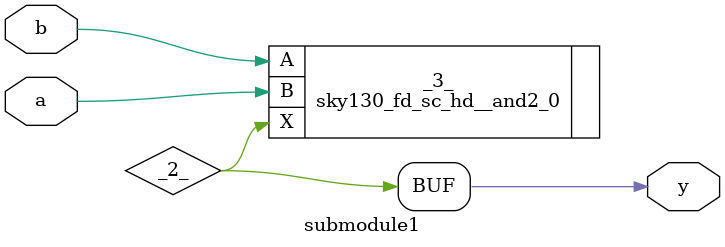
<source format=v>
/* Generated by Yosys 0.32+51 (git sha1 6405bbab1, gcc 12.3.0-1ubuntu1~22.04 -fPIC -Os) */

module submodule1(a, b, y);
  wire _0_;
  wire _1_;
  wire _2_;
  input a;
  wire a;
  input b;
  wire b;
  output y;
  wire y;
  sky130_fd_sc_hd__and2_0 _3_ (
    .A(_1_),
    .B(_0_),
    .X(_2_)
  );
  assign _1_ = b;
  assign _0_ = a;
  assign y = _2_;
endmodule

</source>
